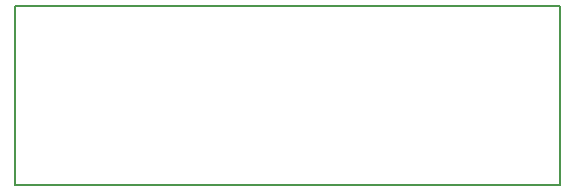
<source format=gm1>
G04 MADE WITH FRITZING*
G04 WWW.FRITZING.ORG*
G04 DOUBLE SIDED*
G04 HOLES PLATED*
G04 CONTOUR ON CENTER OF CONTOUR VECTOR*
%ASAXBY*%
%FSLAX23Y23*%
%MOIN*%
%OFA0B0*%
%SFA1.0B1.0*%
%ADD10R,1.825520X0.606102*%
%ADD11C,0.008000*%
%ADD10C,0.008*%
%LNCONTOUR*%
G90*
G70*
G54D10*
G54D11*
X4Y602D02*
X1822Y602D01*
X1822Y4D01*
X4Y4D01*
X4Y602D01*
D02*
G04 End of contour*
M02*
</source>
